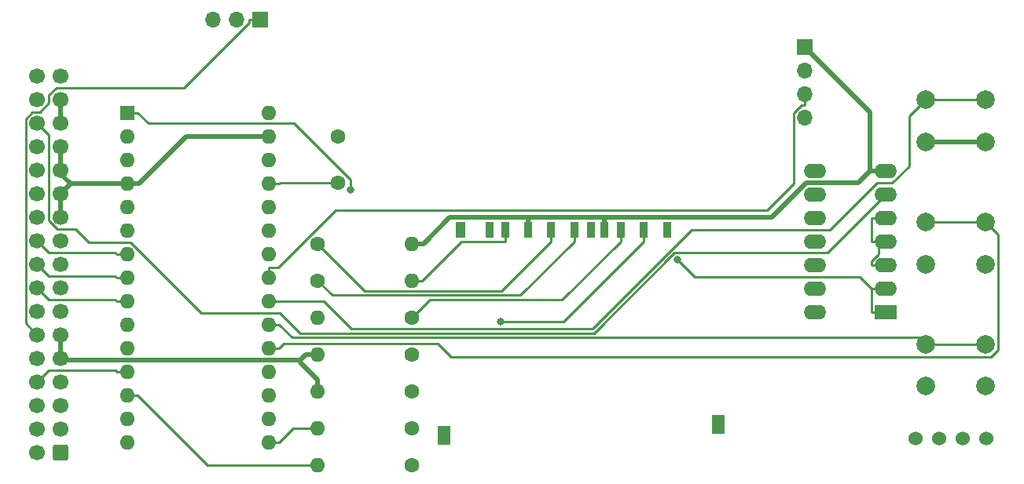
<source format=gbr>
%TF.GenerationSoftware,KiCad,Pcbnew,7.0.11*%
%TF.CreationDate,2024-05-26T23:12:00+03:00*%
%TF.ProjectId,delta_flop_arduino,64656c74-615f-4666-9c6f-705f61726475,rev?*%
%TF.SameCoordinates,Original*%
%TF.FileFunction,Copper,L1,Top*%
%TF.FilePolarity,Positive*%
%FSLAX46Y46*%
G04 Gerber Fmt 4.6, Leading zero omitted, Abs format (unit mm)*
G04 Created by KiCad (PCBNEW 7.0.11) date 2024-05-26 23:12:00*
%MOMM*%
%LPD*%
G01*
G04 APERTURE LIST*
G04 Aperture macros list*
%AMRoundRect*
0 Rectangle with rounded corners*
0 $1 Rounding radius*
0 $2 $3 $4 $5 $6 $7 $8 $9 X,Y pos of 4 corners*
0 Add a 4 corners polygon primitive as box body*
4,1,4,$2,$3,$4,$5,$6,$7,$8,$9,$2,$3,0*
0 Add four circle primitives for the rounded corners*
1,1,$1+$1,$2,$3*
1,1,$1+$1,$4,$5*
1,1,$1+$1,$6,$7*
1,1,$1+$1,$8,$9*
0 Add four rect primitives between the rounded corners*
20,1,$1+$1,$2,$3,$4,$5,0*
20,1,$1+$1,$4,$5,$6,$7,0*
20,1,$1+$1,$6,$7,$8,$9,0*
20,1,$1+$1,$8,$9,$2,$3,0*%
G04 Aperture macros list end*
%TA.AperFunction,ComponentPad*%
%ADD10C,2.000000*%
%TD*%
%TA.AperFunction,ComponentPad*%
%ADD11R,2.400000X1.600000*%
%TD*%
%TA.AperFunction,ComponentPad*%
%ADD12O,2.400000X1.600000*%
%TD*%
%TA.AperFunction,ComponentPad*%
%ADD13R,1.600000X1.600000*%
%TD*%
%TA.AperFunction,ComponentPad*%
%ADD14O,1.600000X1.600000*%
%TD*%
%TA.AperFunction,ComponentPad*%
%ADD15C,1.600000*%
%TD*%
%TA.AperFunction,ComponentPad*%
%ADD16R,1.700000X1.700000*%
%TD*%
%TA.AperFunction,ComponentPad*%
%ADD17O,1.700000X1.700000*%
%TD*%
%TA.AperFunction,ComponentPad*%
%ADD18C,1.524000*%
%TD*%
%TA.AperFunction,SMDPad,CuDef*%
%ADD19R,0.900000X1.800000*%
%TD*%
%TA.AperFunction,SMDPad,CuDef*%
%ADD20R,1.100000X1.800000*%
%TD*%
%TA.AperFunction,SMDPad,CuDef*%
%ADD21R,1.400000X2.000000*%
%TD*%
%TA.AperFunction,ComponentPad*%
%ADD22RoundRect,0.250000X0.600000X0.600000X-0.600000X0.600000X-0.600000X-0.600000X0.600000X-0.600000X0*%
%TD*%
%TA.AperFunction,ComponentPad*%
%ADD23C,1.700000*%
%TD*%
%TA.AperFunction,ViaPad*%
%ADD24C,0.800000*%
%TD*%
%TA.AperFunction,Conductor*%
%ADD25C,0.250000*%
%TD*%
%TA.AperFunction,Conductor*%
%ADD26C,0.500000*%
%TD*%
G04 APERTURE END LIST*
D10*
%TO.P,SW3,1,1*%
%TO.N,Net-(U1-A2{slash}D16)*%
X215900000Y-140200000D03*
X209400000Y-140200000D03*
%TO.P,SW3,2,2*%
%TO.N,GND*%
X215900000Y-144700000D03*
X209400000Y-144700000D03*
%TD*%
%TO.P,SW2,1,1*%
%TO.N,Net-(U1-A1{slash}D15)*%
X215900000Y-127000000D03*
X209400000Y-127000000D03*
%TO.P,SW2,2,2*%
%TO.N,GND*%
X215900000Y-131500000D03*
X209400000Y-131500000D03*
%TD*%
%TO.P,SW1,1,1*%
%TO.N,Net-(U1-A3{slash}D17)*%
X215900000Y-113800000D03*
X209400000Y-113800000D03*
%TO.P,SW1,2,2*%
%TO.N,GND*%
X215900000Y-118300000D03*
X209400000Y-118300000D03*
%TD*%
D11*
%TO.P,U2,1*%
%TO.N,Net-(U1-D1{slash}TX)*%
X205100000Y-136725000D03*
D12*
%TO.P,U2,2*%
X205100000Y-134185000D03*
%TO.P,U2,3*%
%TO.N,Net-(U2-Pad3)*%
X205100000Y-131645000D03*
%TO.P,U2,4*%
X205100000Y-129105000D03*
%TO.P,U2,5*%
X205100000Y-126565000D03*
%TO.P,U2,6*%
%TO.N,TX*%
X205100000Y-124025000D03*
%TO.P,U2,7,GND*%
%TO.N,GND*%
X205100000Y-121485000D03*
%TO.P,U2,8*%
%TO.N,unconnected-(U2-Pad8)*%
X197480000Y-121485000D03*
%TO.P,U2,9*%
%TO.N,unconnected-(U2-Pad9)*%
X197480000Y-124025000D03*
%TO.P,U2,10*%
%TO.N,unconnected-(U2-Pad10)*%
X197480000Y-126565000D03*
%TO.P,U2,11*%
%TO.N,unconnected-(U2-Pad11)*%
X197480000Y-129105000D03*
%TO.P,U2,12*%
%TO.N,unconnected-(U2-Pad12)*%
X197480000Y-131645000D03*
%TO.P,U2,13*%
%TO.N,unconnected-(U2-Pad13)*%
X197480000Y-134185000D03*
%TO.P,U2,14,VCC*%
%TO.N,+5V*%
X197480000Y-136725000D03*
%TD*%
D13*
%TO.P,U1,1,D1/TX*%
%TO.N,Net-(U1-D1{slash}TX)*%
X123400000Y-115200000D03*
D14*
%TO.P,U1,2,D0/RX*%
%TO.N,RX*%
X123400000Y-117740000D03*
%TO.P,U1,3,~{RESET}*%
%TO.N,unconnected-(U1-~{RESET}-Pad3)*%
X123400000Y-120280000D03*
%TO.P,U1,4,GND*%
%TO.N,GND*%
X123400000Y-122820000D03*
%TO.P,U1,5,D2*%
%TO.N,D2*%
X123400000Y-125360000D03*
%TO.P,U1,6,~D3*%
%TO.N,D3*%
X123400000Y-127900000D03*
%TO.P,U1,7,D4*%
%TO.N,D4*%
X123400000Y-130440000D03*
%TO.P,U1,8,~D5*%
%TO.N,D5*%
X123400000Y-132980000D03*
%TO.P,U1,9,~D6*%
%TO.N,D6*%
X123400000Y-135520000D03*
%TO.P,U1,10,D7*%
%TO.N,Net-(JP1-C)*%
X123400000Y-138060000D03*
%TO.P,U1,11,D8*%
%TO.N,D8*%
X123400000Y-140600000D03*
%TO.P,U1,12,~D9*%
%TO.N,D9*%
X123400000Y-143140000D03*
%TO.P,U1,13,~D10*%
%TO.N,D10*%
X123400000Y-145680000D03*
%TO.P,U1,14,~D11*%
%TO.N,MOSI*%
X123400000Y-148220000D03*
%TO.P,U1,15,D12*%
%TO.N,MISO*%
X123400000Y-150760000D03*
%TO.P,U1,16,D13*%
%TO.N,SCK*%
X138640000Y-150760000D03*
%TO.P,U1,17,3V3*%
%TO.N,3.3V*%
X138640000Y-148220000D03*
%TO.P,U1,18,AREF*%
%TO.N,unconnected-(U1-AREF-Pad18)*%
X138640000Y-145680000D03*
%TO.P,U1,19,A0/D14*%
%TO.N,A0*%
X138640000Y-143140000D03*
%TO.P,U1,20,A1/D15*%
%TO.N,Net-(U1-A1{slash}D15)*%
X138640000Y-140600000D03*
%TO.P,U1,21,A2/D16*%
%TO.N,Net-(U1-A2{slash}D16)*%
X138640000Y-138060000D03*
%TO.P,U1,22,A3/D17*%
%TO.N,Net-(U1-A3{slash}D17)*%
X138640000Y-135520000D03*
%TO.P,U1,23,A4/D18*%
%TO.N,SDA*%
X138640000Y-132980000D03*
%TO.P,U1,24,A5/D19*%
%TO.N,SCL*%
X138640000Y-130440000D03*
%TO.P,U1,25,A6/D20*%
%TO.N,unconnected-(U1-A6{slash}D20-Pad25)*%
X138640000Y-127900000D03*
%TO.P,U1,26,A7/D21*%
%TO.N,unconnected-(U1-A7{slash}D21-Pad26)*%
X138640000Y-125360000D03*
%TO.P,U1,27,+5V*%
%TO.N,+5V*%
X138640000Y-122820000D03*
%TO.P,U1,28,~{RESET}*%
%TO.N,unconnected-(U1-~{RESET}-Pad28)*%
X138640000Y-120280000D03*
%TO.P,U1,29,GND*%
%TO.N,GND*%
X138640000Y-117740000D03*
%TO.P,U1,30,VIN*%
%TO.N,unconnected-(U1-VIN-Pad30)*%
X138640000Y-115200000D03*
%TD*%
D15*
%TO.P,R1,1*%
%TO.N,Net-(J2-CLK)*%
X143900000Y-129300000D03*
D14*
%TO.P,R1,2*%
%TO.N,GND*%
X154060000Y-129300000D03*
%TD*%
D15*
%TO.P,R4,1*%
%TO.N,Net-(J2-CMD)*%
X154060000Y-141250000D03*
D14*
%TO.P,R4,2*%
%TO.N,GND*%
X143900000Y-141250000D03*
%TD*%
D15*
%TO.P,R2,1*%
%TO.N,3.3V*%
X143900000Y-133283300D03*
D14*
%TO.P,R2,2*%
%TO.N,MISO*%
X154060000Y-133283300D03*
%TD*%
D15*
%TO.P,R5,1*%
%TO.N,Net-(J2-CD{slash}DAT3)*%
X154060000Y-145233300D03*
D14*
%TO.P,R5,2*%
%TO.N,GND*%
X143900000Y-145233300D03*
%TD*%
D15*
%TO.P,R6,1*%
%TO.N,Net-(J2-CLK)*%
X154060000Y-149216700D03*
D14*
%TO.P,R6,2*%
%TO.N,SCK*%
X143900000Y-149216700D03*
%TD*%
D15*
%TO.P,R3,1*%
%TO.N,Net-(J2-CMD)*%
X154060000Y-137266700D03*
D14*
%TO.P,R3,2*%
%TO.N,MOSI*%
X143900000Y-137266700D03*
%TD*%
D15*
%TO.P,R7,1*%
%TO.N,Net-(J2-CD{slash}DAT3)*%
X154060000Y-153200000D03*
D14*
%TO.P,R7,2*%
%TO.N,D10*%
X143900000Y-153200000D03*
%TD*%
D16*
%TO.P,JP1,1,A*%
%TO.N,Net-(D1-DRIVE_SELECT_1)*%
X137675000Y-105100000D03*
D17*
%TO.P,JP1,2,C*%
%TO.N,Net-(JP1-C)*%
X135135000Y-105100000D03*
%TO.P,JP1,3,B*%
%TO.N,Net-(D1-MOTOR_0)*%
X132595000Y-105100000D03*
%TD*%
D18*
%TO.P,J3,1,Pin_1*%
%TO.N,+5V*%
X208362500Y-150375000D03*
%TO.P,J3,2,Pin_2*%
%TO.N,unconnected-(J3-Pin_2-Pad2)*%
X210902500Y-150375000D03*
%TO.P,J3,3,Pin_3*%
%TO.N,unconnected-(J3-Pin_3-Pad3)*%
X213442500Y-150375000D03*
%TO.P,J3,4,Pin_4*%
%TO.N,GND*%
X215982500Y-150375000D03*
%TD*%
D19*
%TO.P,J2,1,CD/DAT3*%
%TO.N,Net-(J2-CD{slash}DAT3)*%
X179070000Y-127818200D03*
%TO.P,J2,2,CMD*%
%TO.N,Net-(J2-CMD)*%
X176570000Y-127818200D03*
%TO.P,J2,3,VSS*%
%TO.N,GND*%
X174820000Y-127818200D03*
%TO.P,J2,4,VDD*%
%TO.N,3.3V*%
X171570000Y-127818200D03*
%TO.P,J2,5,CLK*%
%TO.N,Net-(J2-CLK)*%
X169070000Y-127818200D03*
%TO.P,J2,6,VSS*%
%TO.N,GND*%
X166570000Y-127818200D03*
%TO.P,J2,7,DAT0*%
%TO.N,MISO*%
X164150000Y-127818200D03*
%TO.P,J2,8,DAT1*%
%TO.N,unconnected-(J2-DAT1-Pad8)*%
X162450000Y-127818200D03*
%TO.P,J2,9,DAT2*%
%TO.N,unconnected-(J2-DAT2-Pad9)*%
X181570000Y-127818200D03*
%TO.P,J2,10,CARD_DETECT*%
%TO.N,unconnected-(J2-CARD_DETECT-Pad10)*%
X173320000Y-127818200D03*
D20*
%TO.P,J2,11,WRITE_PROTECT*%
%TO.N,unconnected-(J2-WRITE_PROTECT-Pad11)*%
X159300000Y-127818200D03*
D21*
%TO.P,J2,12,SHELL1*%
%TO.N,unconnected-(J2-SHELL1-Pad12)*%
X187050000Y-148818200D03*
%TO.P,J2,13,SHELL2*%
%TO.N,unconnected-(J2-SHELL2-Pad13)*%
X157550000Y-149968200D03*
%TD*%
D16*
%TO.P,J1,1,Pin_1*%
%TO.N,GND*%
X196400000Y-108100000D03*
D17*
%TO.P,J1,2,Pin_2*%
%TO.N,+5V*%
X196400000Y-110640000D03*
%TO.P,J1,3,Pin_3*%
%TO.N,SDA*%
X196400000Y-113180000D03*
%TO.P,J1,4,Pin_4*%
%TO.N,SCL*%
X196400000Y-115720000D03*
%TD*%
D22*
%TO.P,D1,1,GND*%
%TO.N,GND*%
X116240000Y-151815800D03*
D23*
%TO.P,D1,2,DENSITY_SELECT*%
%TO.N,unconnected-(D1-DENSITY_SELECT-Pad2)*%
X113700000Y-151815800D03*
%TO.P,D1,3,GND*%
%TO.N,GND*%
X116240000Y-149275800D03*
%TO.P,D1,4,N/C*%
%TO.N,unconnected-(D1-N{slash}C-Pad4)*%
X113700000Y-149275800D03*
%TO.P,D1,5,GND*%
%TO.N,GND*%
X116240000Y-146735800D03*
%TO.P,D1,6,N/C*%
%TO.N,unconnected-(D1-N{slash}C-Pad6)*%
X113700000Y-146735800D03*
%TO.P,D1,7,GND*%
%TO.N,GND*%
X116240000Y-144195800D03*
%TO.P,D1,8,INDEX*%
%TO.N,D9*%
X113700000Y-144195800D03*
%TO.P,D1,9,GND*%
%TO.N,GND*%
X116240000Y-141655800D03*
%TO.P,D1,10,MOTOR_0*%
%TO.N,Net-(D1-MOTOR_0)*%
X113700000Y-141655800D03*
%TO.P,D1,11,GND*%
%TO.N,GND*%
X116240000Y-139115800D03*
%TO.P,D1,12,DRIVE_SELECT_1*%
%TO.N,Net-(D1-DRIVE_SELECT_1)*%
X113700000Y-139115800D03*
%TO.P,D1,13,GND*%
%TO.N,GND*%
X116240000Y-136575800D03*
%TO.P,D1,14,DRIVE_SELECT_0*%
%TO.N,unconnected-(D1-DRIVE_SELECT_0-Pad14)*%
X113700000Y-136575800D03*
%TO.P,D1,15,GND*%
%TO.N,GND*%
X116240000Y-134035800D03*
%TO.P,D1,16,MOTOR_1*%
%TO.N,D6*%
X113700000Y-134035800D03*
%TO.P,D1,17,GND*%
%TO.N,GND*%
X116240000Y-131495800D03*
%TO.P,D1,18,DIRECTION*%
%TO.N,D5*%
X113700000Y-131495800D03*
%TO.P,D1,19,GND*%
%TO.N,GND*%
X116240000Y-128955800D03*
%TO.P,D1,20,STEP*%
%TO.N,D4*%
X113700000Y-128955800D03*
%TO.P,D1,21,GND*%
%TO.N,GND*%
X116240000Y-126415800D03*
%TO.P,D1,22,WRITE_DATA*%
%TO.N,D8*%
X113700000Y-126415800D03*
%TO.P,D1,23,GND*%
%TO.N,GND*%
X116240000Y-123875800D03*
%TO.P,D1,24,WRITE_GATE*%
%TO.N,A0*%
X113700000Y-123875800D03*
%TO.P,D1,25,GND*%
%TO.N,GND*%
X116240000Y-121335800D03*
%TO.P,D1,26,TRACK*%
%TO.N,D3*%
X113700000Y-121335800D03*
%TO.P,D1,27,GND*%
%TO.N,GND*%
X116240000Y-118795800D03*
%TO.P,D1,28,WRITE_PROTECT*%
%TO.N,D2*%
X113700000Y-118795800D03*
%TO.P,D1,29,GND*%
%TO.N,GND*%
X116240000Y-116255800D03*
%TO.P,D1,30,READ_DATA*%
%TO.N,TX*%
X113700000Y-116255800D03*
%TO.P,D1,31,GND*%
%TO.N,GND*%
X116240000Y-113715800D03*
%TO.P,D1,32,HEAD_SELECT*%
%TO.N,RX*%
X113700000Y-113715800D03*
%TO.P,D1,33,GND*%
%TO.N,GND*%
X116240000Y-111175800D03*
%TO.P,D1,34,DISK_CHANGE*%
%TO.N,unconnected-(D1-DISK_CHANGE-Pad34)*%
X113700000Y-111175800D03*
%TD*%
D15*
%TO.P,C1,1*%
%TO.N,+5V*%
X146100000Y-122700000D03*
%TO.P,C1,2*%
%TO.N,GND*%
X146100000Y-117700000D03*
%TD*%
D24*
%TO.N,Net-(U1-D1{slash}TX)*%
X147412500Y-123482700D03*
X182672200Y-131024400D03*
%TO.N,Net-(J2-CD{slash}DAT3)*%
X163587700Y-137751800D03*
%TD*%
D25*
%TO.N,Net-(U2-Pad3)*%
X203573100Y-126565000D02*
X203573100Y-129105000D01*
X205100000Y-126565000D02*
X203573100Y-126565000D01*
X205100000Y-129105000D02*
X204336600Y-129105000D01*
X204336600Y-129105000D02*
X203573100Y-129105000D01*
X203573100Y-131178200D02*
X203573100Y-131645000D01*
X204336500Y-130414800D02*
X203573100Y-131178200D01*
X204336600Y-130414800D02*
X204336500Y-130414800D01*
X204336600Y-129105000D02*
X204336600Y-130414800D01*
X205100000Y-131645000D02*
X203573100Y-131645000D01*
%TO.N,Net-(U1-D1{slash}TX)*%
X205100000Y-136725000D02*
X203573100Y-136725000D01*
X205100000Y-134185000D02*
X203573100Y-134185000D01*
X203573100Y-134185000D02*
X203573100Y-136725000D01*
X147412500Y-122418800D02*
X147412500Y-123482700D01*
X141320600Y-116326900D02*
X147412500Y-122418800D01*
X125653800Y-116326900D02*
X141320600Y-116326900D01*
X124526900Y-115200000D02*
X125653800Y-116326900D01*
X202303100Y-132915000D02*
X203573100Y-134185000D01*
X184562800Y-132915000D02*
X202303100Y-132915000D01*
X182672200Y-131024400D02*
X184562800Y-132915000D01*
X123400000Y-115200000D02*
X124526900Y-115200000D01*
%TO.N,D10*%
X132046900Y-153200000D02*
X124526900Y-145680000D01*
X143900000Y-153200000D02*
X132046900Y-153200000D01*
X123400000Y-145680000D02*
X124526900Y-145680000D01*
%TO.N,SCK*%
X141310200Y-149216700D02*
X139766900Y-150760000D01*
X143900000Y-149216700D02*
X141310200Y-149216700D01*
X138640000Y-150760000D02*
X139766900Y-150760000D01*
%TO.N,3.3V*%
X171570000Y-127818200D02*
X171570000Y-129045100D01*
X145480000Y-134863300D02*
X143900000Y-133283300D01*
X165751800Y-134863300D02*
X145480000Y-134863300D01*
X171570000Y-129045100D02*
X165751800Y-134863300D01*
%TO.N,Net-(U1-A1{slash}D15)*%
X215900000Y-127000000D02*
X209400000Y-127000000D01*
X140249800Y-140117100D02*
X139766900Y-140600000D01*
X156869200Y-140117100D02*
X140249800Y-140117100D01*
X158308800Y-141556700D02*
X156869200Y-140117100D01*
X216467900Y-141556700D02*
X158308800Y-141556700D01*
X217256100Y-140768500D02*
X216467900Y-141556700D01*
X217256100Y-128356100D02*
X217256100Y-140768500D01*
X215900000Y-127000000D02*
X217256100Y-128356100D01*
X138640000Y-140600000D02*
X139766900Y-140600000D01*
%TO.N,Net-(U1-A3{slash}D17)*%
X215900000Y-113800000D02*
X209400000Y-113800000D01*
X144594800Y-135520000D02*
X138640000Y-135520000D01*
X147573200Y-138498400D02*
X144594800Y-135520000D01*
X173531200Y-138498400D02*
X147573200Y-138498400D01*
X184194400Y-127835200D02*
X173531200Y-138498400D01*
X199126000Y-127835200D02*
X184194400Y-127835200D01*
X204206200Y-122755000D02*
X199126000Y-127835200D01*
X205827600Y-122755000D02*
X204206200Y-122755000D01*
X207665300Y-120917300D02*
X205827600Y-122755000D01*
X207665300Y-115534700D02*
X207665300Y-120917300D01*
X209400000Y-113800000D02*
X207665300Y-115534700D01*
%TO.N,Net-(U1-A2{slash}D16)*%
X215900000Y-140200000D02*
X209400000Y-140200000D01*
X138640000Y-138060000D02*
X139766900Y-138060000D01*
X208644300Y-139444300D02*
X209400000Y-140200000D01*
X141151200Y-139444300D02*
X208644300Y-139444300D01*
X139766900Y-138060000D02*
X141151200Y-139444300D01*
%TO.N,Net-(J2-CLK)*%
X169070000Y-127818200D02*
X169070000Y-129045100D01*
X149011400Y-134411400D02*
X143900000Y-129300000D01*
X163703700Y-134411400D02*
X149011400Y-134411400D01*
X169070000Y-129045100D02*
X163703700Y-134411400D01*
%TO.N,Net-(J2-CMD)*%
X155974200Y-135352500D02*
X154060000Y-137266700D01*
X170262600Y-135352500D02*
X155974200Y-135352500D01*
X176570000Y-129045100D02*
X170262600Y-135352500D01*
X176570000Y-127818200D02*
X176570000Y-129045100D01*
%TO.N,MISO*%
X159425100Y-129045100D02*
X155186900Y-133283300D01*
X164150000Y-129045100D02*
X159425100Y-129045100D01*
X164150000Y-127818200D02*
X164150000Y-129045100D01*
X154060000Y-133283300D02*
X155186900Y-133283300D01*
%TO.N,Net-(J2-CD{slash}DAT3)*%
X179070000Y-127818200D02*
X179070000Y-129045100D01*
X170363300Y-137751800D02*
X163587700Y-137751800D01*
X179070000Y-129045100D02*
X170363300Y-137751800D01*
%TO.N,SDA*%
X139679400Y-131853100D02*
X138640000Y-131853100D01*
X145849400Y-125683100D02*
X139679400Y-131853100D01*
X192325700Y-125683100D02*
X145849400Y-125683100D01*
X195223100Y-122785700D02*
X192325700Y-125683100D01*
X195223100Y-115165900D02*
X195223100Y-122785700D01*
X196032100Y-114356900D02*
X195223100Y-115165900D01*
X196400000Y-114356900D02*
X196032100Y-114356900D01*
X196400000Y-113180000D02*
X196400000Y-114356900D01*
X138640000Y-132980000D02*
X138640000Y-131853100D01*
%TO.N,TX*%
X114970000Y-117525800D02*
X113700000Y-116255800D01*
X114970000Y-126819300D02*
X114970000Y-117525800D01*
X115836500Y-127685800D02*
X114970000Y-126819300D01*
X117809000Y-127685800D02*
X115836500Y-127685800D01*
X119293200Y-129170000D02*
X117809000Y-127685800D01*
X123772900Y-129170000D02*
X119293200Y-129170000D01*
X131392900Y-136790000D02*
X123772900Y-129170000D01*
X139834400Y-136790000D02*
X131392900Y-136790000D01*
X142016900Y-138972500D02*
X139834400Y-136790000D01*
X173696200Y-138972500D02*
X142016900Y-138972500D01*
X182371200Y-130297500D02*
X173696200Y-138972500D01*
X198827500Y-130297500D02*
X182371200Y-130297500D01*
X205100000Y-124025000D02*
X198827500Y-130297500D01*
%TO.N,D4*%
X122058900Y-130225800D02*
X122273100Y-130440000D01*
X114970000Y-130225800D02*
X122058900Y-130225800D01*
X113700000Y-128955800D02*
X114970000Y-130225800D01*
X123400000Y-130440000D02*
X122273100Y-130440000D01*
%TO.N,D5*%
X122058900Y-132765800D02*
X122273100Y-132980000D01*
X114970000Y-132765800D02*
X122058900Y-132765800D01*
X113700000Y-131495800D02*
X114970000Y-132765800D01*
X123400000Y-132980000D02*
X122273100Y-132980000D01*
%TO.N,D6*%
X122058900Y-135305800D02*
X122273100Y-135520000D01*
X114970000Y-135305800D02*
X122058900Y-135305800D01*
X113700000Y-134035800D02*
X114970000Y-135305800D01*
X123400000Y-135520000D02*
X122273100Y-135520000D01*
%TO.N,D9*%
X122112400Y-142979300D02*
X122273100Y-143140000D01*
X114916500Y-142979300D02*
X122112400Y-142979300D01*
X113700000Y-144195800D02*
X114916500Y-142979300D01*
X123400000Y-143140000D02*
X122273100Y-143140000D01*
%TO.N,Net-(D1-DRIVE_SELECT_1)*%
X136498100Y-105467800D02*
X136498100Y-105100000D01*
X129520100Y-112445800D02*
X136498100Y-105467800D01*
X115809100Y-112445800D02*
X129520100Y-112445800D01*
X114970000Y-113284900D02*
X115809100Y-112445800D01*
X114970000Y-114124800D02*
X114970000Y-113284900D01*
X114015900Y-115078900D02*
X114970000Y-114124800D01*
X113205200Y-115078900D02*
X114015900Y-115078900D01*
X112444600Y-115839500D02*
X113205200Y-115078900D01*
X112444600Y-137860400D02*
X112444600Y-115839500D01*
X113700000Y-139115800D02*
X112444600Y-137860400D01*
X137675000Y-105100000D02*
X136498100Y-105100000D01*
%TO.N,+5V*%
X139886900Y-122700000D02*
X139766900Y-122820000D01*
X146100000Y-122700000D02*
X139886900Y-122700000D01*
X138640000Y-122820000D02*
X139766900Y-122820000D01*
D26*
%TO.N,GND*%
X116240000Y-113715800D02*
X116240000Y-116255800D01*
X116240000Y-123875800D02*
X116240000Y-126415800D01*
X174820000Y-127818200D02*
X174820000Y-126466300D01*
X215900000Y-118300000D02*
X209400000Y-118300000D01*
X205100000Y-121485000D02*
X203448100Y-121485000D01*
X116240000Y-139115800D02*
X116240000Y-141655800D01*
X143900000Y-141250000D02*
X142648100Y-141250000D01*
X158145600Y-126466300D02*
X166570000Y-126466300D01*
X155311900Y-129300000D02*
X158145600Y-126466300D01*
X154060000Y-129300000D02*
X155311900Y-129300000D01*
X166570000Y-127818200D02*
X166570000Y-126466300D01*
X174820000Y-126466300D02*
X166570000Y-126466300D01*
X143900000Y-145233300D02*
X143900000Y-143981400D01*
X142028100Y-142109500D02*
X143900000Y-143981400D01*
X142028100Y-141870000D02*
X142028100Y-142109500D01*
X116454200Y-141870000D02*
X142028100Y-141870000D01*
X116240000Y-141655800D02*
X116454200Y-141870000D01*
X142028100Y-141870000D02*
X142648100Y-141250000D01*
X203448100Y-115148100D02*
X196400000Y-108100000D01*
X203448100Y-121485000D02*
X203448100Y-115148100D01*
X116240000Y-118795800D02*
X116240000Y-121335800D01*
X116240000Y-121764200D02*
X117295800Y-122820000D01*
X116240000Y-121335800D02*
X116240000Y-121764200D01*
X123400000Y-122820000D02*
X117295800Y-122820000D01*
X117295800Y-122820000D02*
X116240000Y-123875800D01*
X138640000Y-117740000D02*
X137388100Y-117740000D01*
X129731900Y-117740000D02*
X124651900Y-122820000D01*
X137388100Y-117740000D02*
X129731900Y-117740000D01*
X123400000Y-122820000D02*
X124651900Y-122820000D01*
X202178100Y-122755000D02*
X203448100Y-121485000D01*
X196551500Y-122755000D02*
X202178100Y-122755000D01*
X192840200Y-126466300D02*
X196551500Y-122755000D01*
X174820000Y-126466300D02*
X192840200Y-126466300D01*
%TD*%
M02*

</source>
